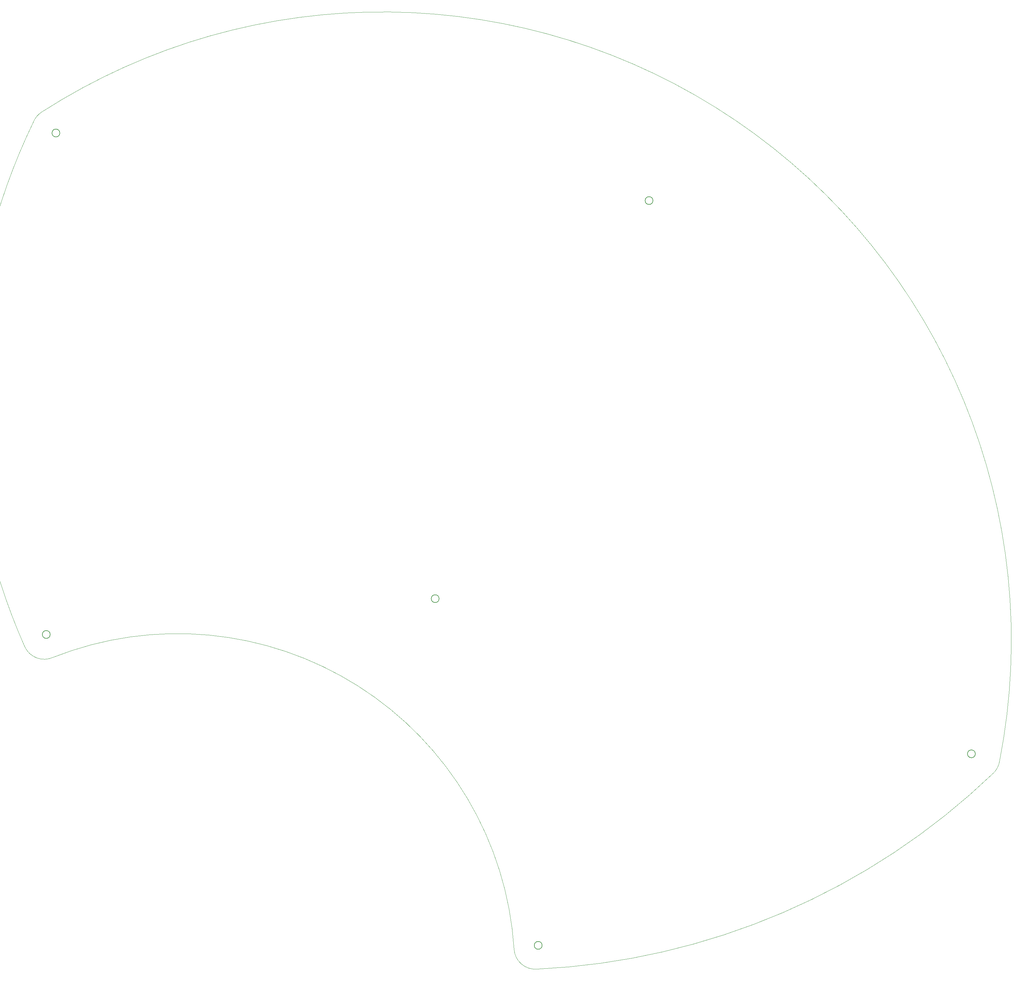
<source format=gbr>
G04 #@! TF.GenerationSoftware,KiCad,Pcbnew,(5.1.5)-3*
G04 #@! TF.CreationDate,2020-02-27T20:15:18+09:00*
G04 #@! TF.ProjectId,fan,66616e2e-6b69-4636-9164-5f7063625858,rev?*
G04 #@! TF.SameCoordinates,Original*
G04 #@! TF.FileFunction,Other,ECO1*
%FSLAX46Y46*%
G04 Gerber Fmt 4.6, Leading zero omitted, Abs format (unit mm)*
G04 Created by KiCad (PCBNEW (5.1.5)-3) date 2020-02-27 20:15:18*
%MOMM*%
%LPD*%
G04 APERTURE LIST*
%ADD10C,0.150000*%
%ADD11C,0.100000*%
G04 APERTURE END LIST*
D10*
X195409401Y-227329667D02*
G75*
G03X195409401Y-227329667I-1100000J0D01*
G01*
X85912882Y-237424832D02*
G75*
G03X85912882Y-237424832I-1100000J0D01*
G01*
X224404718Y-325028549D02*
G75*
G03X224404718Y-325028549I-1100000J0D01*
G01*
X346373089Y-271053401D02*
G75*
G03X346373089Y-271053401I-1100000J0D01*
G01*
X255615597Y-115150106D02*
G75*
G03X255615597Y-115150106I-1100001J0D01*
G01*
D11*
X78704336Y-240752493D02*
G75*
G02X81171405Y-93074409I160633797J71176145D01*
G01*
X353202803Y-273112291D02*
G75*
G02X351341590Y-276613464I-5927951J905987D01*
G01*
X223019288Y-331725161D02*
G75*
G02X216511560Y-326030298I-509774J5983204D01*
G01*
X86765250Y-243858636D02*
G75*
G02X78704336Y-240752493I-2520972J5470415D01*
G01*
X81171406Y-93074409D02*
G75*
G02X83624872Y-90140632I5590154J-2182164D01*
G01*
D10*
X88628538Y-96111778D02*
G75*
G03X88628538Y-96111778I-1100000J0D01*
G01*
D11*
X86760307Y-243860766D02*
G75*
G02X216511560Y-326030298I34983584J-88286324D01*
G01*
X351341640Y-276613516D02*
G75*
G02X223019289Y-331725161I-137593712J143425025D01*
G01*
X83624872Y-90140631D02*
G75*
G02X353202803Y-273112290I95794830J-148937123D01*
G01*
M02*

</source>
